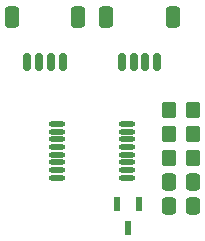
<source format=gbr>
%TF.GenerationSoftware,KiCad,Pcbnew,(7.0.0)*%
%TF.CreationDate,2023-02-19T16:47:07-06:00*%
%TF.ProjectId,ADS1219,41445331-3231-4392-9e6b-696361645f70,4*%
%TF.SameCoordinates,Original*%
%TF.FileFunction,Paste,Top*%
%TF.FilePolarity,Positive*%
%FSLAX46Y46*%
G04 Gerber Fmt 4.6, Leading zero omitted, Abs format (unit mm)*
G04 Created by KiCad (PCBNEW (7.0.0)) date 2023-02-19 16:47:07*
%MOMM*%
%LPD*%
G01*
G04 APERTURE LIST*
G04 Aperture macros list*
%AMRoundRect*
0 Rectangle with rounded corners*
0 $1 Rounding radius*
0 $2 $3 $4 $5 $6 $7 $8 $9 X,Y pos of 4 corners*
0 Add a 4 corners polygon primitive as box body*
4,1,4,$2,$3,$4,$5,$6,$7,$8,$9,$2,$3,0*
0 Add four circle primitives for the rounded corners*
1,1,$1+$1,$2,$3*
1,1,$1+$1,$4,$5*
1,1,$1+$1,$6,$7*
1,1,$1+$1,$8,$9*
0 Add four rect primitives between the rounded corners*
20,1,$1+$1,$2,$3,$4,$5,0*
20,1,$1+$1,$4,$5,$6,$7,0*
20,1,$1+$1,$6,$7,$8,$9,0*
20,1,$1+$1,$8,$9,$2,$3,0*%
G04 Aperture macros list end*
%ADD10R,0.568000X1.258799*%
%ADD11O,1.400000X0.449999*%
%ADD12RoundRect,0.150000X0.150000X0.625000X-0.150000X0.625000X-0.150000X-0.625000X0.150000X-0.625000X0*%
%ADD13RoundRect,0.250000X0.350000X0.650000X-0.350000X0.650000X-0.350000X-0.650000X0.350000X-0.650000X0*%
%ADD14RoundRect,0.250000X0.350000X0.450000X-0.350000X0.450000X-0.350000X-0.450000X0.350000X-0.450000X0*%
%ADD15RoundRect,0.250000X0.337500X0.475000X-0.337500X0.475000X-0.337500X-0.475000X0.337500X-0.475000X0*%
%ADD16RoundRect,0.250000X-0.337500X-0.475000X0.337500X-0.475000X0.337500X0.475000X-0.337500X0.475000X0*%
G04 APERTURE END LIST*
D10*
%TO.C,U2*%
X174449959Y-90983999D03*
X172550039Y-90983999D03*
X173499999Y-93015999D03*
%TD*%
D11*
%TO.C,U1*%
X167550000Y-84225000D03*
X167550000Y-84875001D03*
X167550000Y-85525000D03*
X167550000Y-86175001D03*
X167550000Y-86825000D03*
X167550000Y-87475001D03*
X167550000Y-88125000D03*
X167550000Y-88775001D03*
X173450001Y-88775001D03*
X173450001Y-88125000D03*
X173450001Y-87475001D03*
X173450001Y-86825000D03*
X173450001Y-86175001D03*
X173450001Y-85525000D03*
X173450001Y-84875001D03*
X173450001Y-84225000D03*
%TD*%
D12*
%TO.C,J1*%
X168000000Y-79000000D03*
X167000000Y-79000000D03*
X166000000Y-79000000D03*
X165000000Y-79000000D03*
D13*
X163700000Y-75125000D03*
X169300000Y-75125000D03*
%TD*%
D12*
%TO.C,J3*%
X176000000Y-79000000D03*
X175000000Y-79000000D03*
X174000000Y-79000000D03*
X173000000Y-79000000D03*
D13*
X171700000Y-75125000D03*
X177300000Y-75125000D03*
%TD*%
D14*
%TO.C,R3*%
X179000000Y-83000000D03*
X177000000Y-83000000D03*
%TD*%
D15*
%TO.C,C1*%
X179037500Y-89096000D03*
X176962500Y-89096000D03*
%TD*%
D14*
%TO.C,R2*%
X179000000Y-87064000D03*
X177000000Y-87064000D03*
%TD*%
%TO.C,R1*%
X179000000Y-85032000D03*
X177000000Y-85032000D03*
%TD*%
D16*
%TO.C,C2*%
X176962500Y-91128000D03*
X179037500Y-91128000D03*
%TD*%
M02*

</source>
